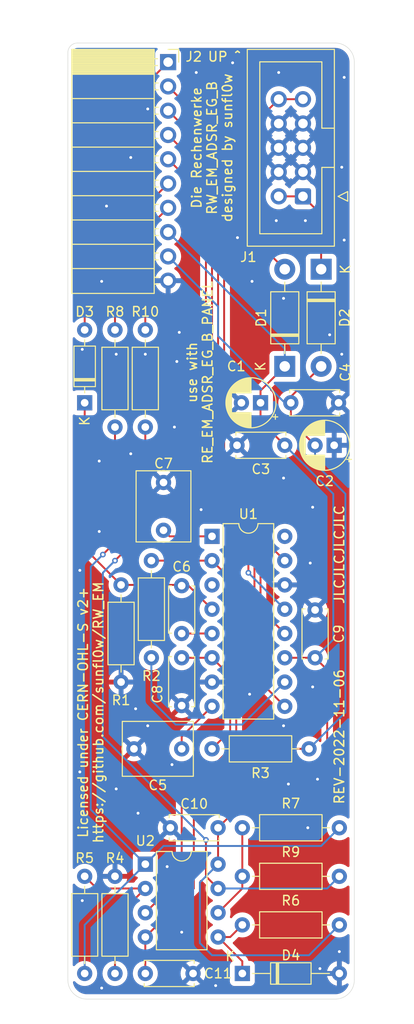
<source format=kicad_pcb>
(kicad_pcb (version 20211014) (generator pcbnew)
  (title_block (title "RW_EM_ADSR_EG_B") (date "2022-11-06") (rev "2022-11-06") (comment 1 "Licensed under CERN-OHL-S v2+") (comment 2 "https://github.com/sunfl0w/RW_EM"))
  (layers (0 "F.Cu" signal) (31 "B.Cu" signal) (34 "B.Paste" user) (35 "F.Paste" user) (36 "B.SilkS" user "B.Silkscreen") (37 "F.SilkS" user "F.Silkscreen") (38 "B.Mask" user) (39 "F.Mask" user) (44 "Edge.Cuts" user))
  (net 0 "")
  (net 1 "GND")
  (net 2 "+12V")
  (net 3 "-12V")
  (net 4 "GATE")
  (net 5 "Net-(D2-Pad1)")
  (net 6 "A_CV")
  (net 7 "D_CV")
  (net 8 "S_CV")
  (net 9 "R_CV")
  (net 10 "ENV")
  (net 11 "INV_ENV")
  (net 12 "IIN")
  (net 13 "Net-(R2-Pad2)")
  (net 14 "Net-(R4-Pad1)")
  (net 15 "Net-(R5-Pad2)")
  (net 16 "Net-(R7-Pad2)")
  (net 17 "Net-(R10-Pad1)")
  (net 20 "Net-(C5-Pad2)")
  (net 21 "Net-(C6-Pad1)")
  (net 22 "Net-(C6-Pad2)")
  (net 23 "Net-(C7-Pad2)")
  (net 24 "Net-(C8-Pad2)")
  (net 25 "Net-(D1-Pad2)")
  (net 26 "Net-(D4-Pad1)")
  (footprint "Resistor_THT:R_Axial_DIN0207_L6.3mm_D2.5mm_P10.16mm_Horizontal" (layer "F.Cu") (at 138.43 132.08 180)
    (fp_text reference "R7" (at 5.08 2.54) (layer "F.SilkS"))
    (fp_text value "100k")
    (pad "1" thru_hole circle (at 0 0 180) (size 1.6 1.6) (drill 0.8) (layers *.Cu *.Mask) (net 15 "Net-(R5-Pad2)"))
    (pad "2" thru_hole oval (at 10.16 0 180) (size 1.6 1.6) (drill 0.8) (layers *.Cu *.Mask) (net 16 "Net-(R7-Pad2)"))
  )
  (footprint "Capacitor_THT:C_Disc_D5.0mm_W2.5mm_P5.00mm" (layer "F.Cu") (at 121.92 119.3 90)
    (fp_text reference "C8" (at 1.19 -2.54 90) (layer "F.SilkS"))
    (fp_text value "100nF")
    (pad "1" thru_hole circle (at 0 0 90) (size 1.6 1.6) (drill 0.8) (layers *.Cu *.Mask) (net 1 "GND"))
    (pad "2" thru_hole circle (at 5 0 90) (size 1.6 1.6) (drill 0.8) (layers *.Cu *.Mask) (net 24 "Net-(C8-Pad2)"))
  )
  (footprint "Resistor_THT:R_Axial_DIN0207_L6.3mm_D2.5mm_P10.16mm_Horizontal" (layer "F.Cu") (at 128.27 142.24)
    (fp_text reference "R6" (at 5.08 -2.54) (layer "F.SilkS"))
    (fp_text value "100k")
    (pad "1" thru_hole circle (at 0 0) (size 1.6 1.6) (drill 0.8) (layers *.Cu *.Mask) (net 26 "Net-(D4-Pad1)"))
    (pad "2" thru_hole oval (at 10.16 0) (size 1.6 1.6) (drill 0.8) (layers *.Cu *.Mask) (net 2 "+12V"))
  )
  (footprint "Capacitor_THT:C_Disc_D5.0mm_W2.5mm_P5.00mm" (layer "F.Cu") (at 120.73 132.08)
    (fp_text reference "C10" (at 2.5 -2.5) (layer "F.SilkS"))
    (fp_text value "100nF")
    (pad "1" thru_hole circle (at 0 0) (size 1.6 1.6) (drill 0.8) (layers *.Cu *.Mask) (net 1 "GND"))
    (pad "2" thru_hole circle (at 5 0) (size 1.6 1.6) (drill 0.8) (layers *.Cu *.Mask) (net 2 "+12V"))
  )
  (footprint "Capacitor_THT:C_Rect_L7.2mm_W5.5mm_P5.00mm_FKS2_FKP2_MKS2_MKP2" (layer "F.Cu") (at 116.92 123.825)
    (fp_text reference "C5" (at 2.5 3.81) (layer "F.SilkS"))
    (fp_text value "10nF")
    (pad "1" thru_hole circle (at 0 0) (size 1.6 1.6) (drill 0.8) (layers *.Cu *.Mask) (net 1 "GND"))
    (pad "2" thru_hole circle (at 5 0) (size 1.6 1.6) (drill 0.8) (layers *.Cu *.Mask) (net 20 "Net-(C5-Pad2)"))
  )
  (footprint "Connector_IDC:IDC-Header_2x05_P2.54mm_Vertical" (layer "F.Cu") (at 134.62 66.04 180)
    (fp_text reference "J1" (at 5.715 -6.35) (layer "F.SilkS"))
    (fp_text value "IDC_02x05")
    (pad "1" thru_hole roundrect (at 0 0 180) (size 1.7 1.7) (drill 1) (layers *.Cu *.Mask) (roundrect_rratio 0.1470588235) (net 5 "Net-(D2-Pad1)"))
    (pad "2" thru_hole circle (at 2.54 0 180) (size 1.7 1.7) (drill 1) (layers *.Cu *.Mask) (net 5 "Net-(D2-Pad1)"))
    (pad "3" thru_hole circle (at 0 2.54 180) (size 1.7 1.7) (drill 1) (layers *.Cu *.Mask) (net 1 "GND"))
    (pad "4" thru_hole circle (at 2.54 2.54 180) (size 1.7 1.7) (drill 1) (layers *.Cu *.Mask) (net 1 "GND"))
    (pad "5" thru_hole circle (at 0 5.08 180) (size 1.7 1.7) (drill 1) (layers *.Cu *.Mask) (net 1 "GND"))
    (pad "6" thru_hole circle (at 2.54 5.08 180) (size 1.7 1.7) (drill 1) (layers *.Cu *.Mask) (net 1 "GND"))
    (pad "7" thru_hole circle (at 0 7.62 180) (size 1.7 1.7) (drill 1) (layers *.Cu *.Mask) (net 1 "GND"))
    (pad "8" thru_hole circle (at 2.54 7.62 180) (size 1.7 1.7) (drill 1) (layers *.Cu *.Mask) (net 1 "GND"))
    (pad "9" thru_hole circle (at 0 10.16 180) (size 1.7 1.7) (drill 1) (layers *.Cu *.Mask) (net 25 "Net-(D1-Pad2)"))
    (pad "10" thru_hole circle (at 2.54 10.16 180) (size 1.7 1.7) (drill 1) (layers *.Cu *.Mask) (net 25 "Net-(D1-Pad2)"))
  )
  (footprint "Diode_THT:D_DO-41_SOD81_P10.16mm_Horizontal" (layer "F.Cu") (at 136.525 73.66 -90)
    (fp_text reference "D2" (at 5.08 -2.47 90) (layer "F.SilkS"))
    (fp_text value "1N5819")
    (fp_text user "K" (at 0 -2.54 90) (layer "F.SilkS"))
    (pad "1" thru_hole rect (at 0 0 270) (size 2.2 2.2) (drill 1.1) (layers *.Cu *.Mask) (net 5 "Net-(D2-Pad1)"))
    (pad "2" thru_hole oval (at 10.16 0 270) (size 2.2 2.2) (drill 1.1) (layers *.Cu *.Mask) (net 3 "-12V"))
  )
  (footprint "Resistor_THT:R_Axial_DIN0207_L6.3mm_D2.5mm_P10.16mm_Horizontal" (layer "F.Cu") (at 114.935 90.17 90)
    (fp_text reference "R8" (at 12.065 0 180) (layer "F.SilkS"))
    (fp_text value "1k")
    (pad "1" thru_hole circle (at 0 0 90) (size 1.6 1.6) (drill 0.8) (layers *.Cu *.Mask) (net 15 "Net-(R5-Pad2)"))
    (pad "2" thru_hole oval (at 10.16 0 90) (size 1.6 1.6) (drill 0.8) (layers *.Cu *.Mask) (net 10 "ENV"))
  )
  (footprint "Diode_THT:D_DO-41_SOD81_P10.16mm_Horizontal" (layer "F.Cu") (at 132.715 83.82 90)
    (fp_text reference "D1" (at 5.08 -2.47 90) (layer "F.SilkS"))
    (fp_text value "1N5819")
    (fp_text user "K" (at 0 -2.54 90) (layer "F.SilkS"))
    (pad "1" thru_hole rect (at 0 0 90) (size 2.2 2.2) (drill 1.1) (layers *.Cu *.Mask) (net 2 "+12V"))
    (pad "2" thru_hole oval (at 10.16 0 90) (size 2.2 2.2) (drill 1.1) (layers *.Cu *.Mask) (net 25 "Net-(D1-Pad2)"))
  )
  (footprint "Capacitor_THT:C_Disc_D5.0mm_W2.5mm_P5.00mm" (layer "F.Cu") (at 132.715 92.075 180)
    (fp_text reference "C3" (at 2.5 -2.5) (layer "F.SilkS"))
    (fp_text value "100nF")
    (pad "1" thru_hole circle (at 0 0 180) (size 1.6 1.6) (drill 0.8) (layers *.Cu *.Mask) (net 2 "+12V"))
    (pad "2" thru_hole circle (at 5 0 180) (size 1.6 1.6) (drill 0.8) (layers *.Cu *.Mask) (net 1 "GND"))
  )
  (footprint "Resistor_THT:R_Axial_DIN0207_L6.3mm_D2.5mm_P10.16mm_Horizontal" (layer "F.Cu") (at 118.745 104.14 -90)
    (fp_text reference "R2" (at 12.065 0 180) (layer "F.SilkS"))
    (fp_text value "30k")
    (pad "1" thru_hole circle (at 0 0 270) (size 1.6 1.6) (drill 0.8) (layers *.Cu *.Mask) (net 12 "IIN"))
    (pad "2" thru_hole oval (at 10.16 0 270) (size 1.6 1.6) (drill 0.8) (layers *.Cu *.Mask) (net 13 "Net-(R2-Pad2)"))
  )
  (footprint "Package_DIP:DIP-8_W7.62mm" (layer "F.Cu") (at 118.11 135.89)
    (fp_text reference "U2" (at 0 -2.44) (layer "F.SilkS"))
    (fp_text value "TL072")
    (pad "1" thru_hole rect (at 0 0) (size 1.6 1.6) (drill 0.8) (layers *.Cu *.Mask) (net 15 "Net-(R5-Pad2)"))
    (pad "2" thru_hole oval (at 0 2.54) (size 1.6 1.6) (drill 0.8) (layers *.Cu *.Mask) (net 14 "Net-(R4-Pad1)"))
    (pad "3" thru_hole oval (at 0 5.08) (size 1.6 1.6) (drill 0.8) (layers *.Cu *.Mask) (net 12 "IIN"))
    (pad "4" thru_hole oval (at 0 7.62) (size 1.6 1.6) (drill 0.8) (layers *.Cu *.Mask) (net 3 "-12V"))
    (pad "5" thru_hole oval (at 7.62 7.62) (size 1.6 1.6) (drill 0.8) (layers *.Cu *.Mask) (net 26 "Net-(D4-Pad1)"))
    (pad "6" thru_hole oval (at 7.62 5.08) (size 1.6 1.6) (drill 0.8) (layers *.Cu *.Mask) (net 16 "Net-(R7-Pad2)"))
    (pad "7" thru_hole oval (at 7.62 2.54) (size 1.6 1.6) (drill 0.8) (layers *.Cu *.Mask) (net 17 "Net-(R10-Pad1)"))
    (pad "8" thru_hole oval (at 7.62 0) (size 1.6 1.6) (drill 0.8) (layers *.Cu *.Mask) (net 2 "+12V"))
  )
  (footprint "Resistor_THT:R_Axial_DIN0207_L6.3mm_D2.5mm_P10.16mm_Horizontal" (layer "F.Cu") (at 111.76 137.16 -90)
    (fp_text reference "R5" (at -1.905 0 180) (layer "F.SilkS"))
    (fp_text value "100k")
    (pad "1" thru_hole circle (at 0 0 270) (size 1.6 1.6) (drill 0.8) (layers *.Cu *.Mask) (net 14 "Net-(R4-Pad1)"))
    (pad "2" thru_hole oval (at 10.16 0 270) (size 1.6 1.6) (drill 0.8) (layers *.Cu *.Mask) (net 15 "Net-(R5-Pad2)"))
  )
  (footprint "Package_DIP:DIP-16_W7.62mm" (layer "F.Cu") (at 125.095 101.6)
    (fp_text reference "U1" (at 3.81 -2.33) (layer "F.SilkS"))
    (fp_text value "AS3310")
    (pad "1" thru_hole rect (at 0 0) (size 1.6 1.6) (drill 0.8) (layers *.Cu *.Mask) (net 23 "Net-(C7-Pad2)"))
    (pad "2" thru_hole oval (at 0 2.54) (size 1.6 1.6) (drill 0.8) (layers *.Cu *.Mask) (net 12 "IIN"))
    (pad "3" thru_hole oval (at 0 5.08) (size 1.6 1.6) (drill 0.8) (layers *.Cu *.Mask))
    (pad "4" thru_hole oval (at 0 7.62) (size 1.6 1.6) (drill 0.8) (layers *.Cu *.Mask) (net 22 "Net-(C6-Pad2)"))
    (pad "5" thru_hole oval (at 0 10.16) (size 1.6 1.6) (drill 0.8) (layers *.Cu *.Mask) (net 21 "Net-(C6-Pad1)"))
    (pad "6" thru_hole oval (at 0 12.7) (size 1.6 1.6) (drill 0.8) (layers *.Cu *.Mask) (net 24 "Net-(C8-Pad2)"))
    (pad "7" thru_hole oval (at 0 15.24) (size 1.6 1.6) (drill 0.8) (layers *.Cu *.Mask) (net 1 "GND"))
    (pad "8" thru_hole oval (at 0 17.78) (size 1.6 1.6) (drill 0.8) (layers *.Cu *.Mask) (net 20 "Net-(C5-Pad2)"))
    (pad "9" thru_hole oval (at 7.62 17.78) (size 1.6 1.6) (drill 0.8) (layers *.Cu *.Mask) (net 8 "S_CV"))
    (pad "10" thru_hole oval (at 7.62 15.24) (size 1.6 1.6) (drill 0.8) (layers *.Cu *.Mask) (net 13 "Net-(R2-Pad2)"))
    (pad "11" thru_hole oval (at 7.62 12.7) (size 1.6 1.6) (drill 0.8) (layers *.Cu *.Mask) (net 2 "+12V"))
    (pad "12" thru_hole oval (at 7.62 10.16) (size 1.6 1.6) (drill 0.8) (layers *.Cu *.Mask) (net 7 "D_CV"))
    (pad "13" thru_hole oval (at 7.62 7.62) (size 1.6 1.6) (drill 0.8) (layers *.Cu *.Mask) (net 9 "R_CV"))
    (pad "14" thru_hole oval (at 7.62 5.08) (size 1.6 1.6) (drill 0.8) (layers *.Cu *.Mask) (net 1 "GND"))
    (pad "15" thru_hole oval (at 7.62 2.54) (size 1.6 1.6) (drill 0.8) (layers *.Cu *.Mask) (net 6 "A_CV"))
    (pad "16" thru_hole oval (at 7.62 0) (size 1.6 1.6) (drill 0.8) (layers *.Cu *.Mask))
  )
  (footprint "Capacitor_THT:C_Disc_D5.0mm_W2.5mm_P5.00mm" (layer "F.Cu") (at 135.89 109.3 -90)
    (fp_text reference "C9" (at 2.5 -2.5 90) (layer "F.SilkS"))
    (fp_text value "100nF")
    (pad "1" thru_hole circle (at 0 0 270) (size 1.6 1.6) (drill 0.8) (layers *.Cu *.Mask) (net 1 "GND"))
    (pad "2" thru_hole circle (at 5 0 270) (size 1.6 1.6) (drill 0.8) (layers *.Cu *.Mask) (net 2 "+12V"))
  )
  (footprint "Capacitor_THT:C_Disc_D4.7mm_W2.5mm_P5.00mm" (layer "F.Cu") (at 121.92 111.76 90)
    (fp_text reference "C6" (at 6.985 0 180) (layer "F.SilkS"))
    (fp_text value "10nF")
    (pad "1" thru_hole circle (at 0 0 90) (size 1.6 1.6) (drill 0.8) (layers *.Cu *.Mask) (net 21 "Net-(C6-Pad1)"))
    (pad "2" thru_hole circle (at 5 0 90) (size 1.6 1.6) (drill 0.8) (layers *.Cu *.Mask) (net 22 "Net-(C6-Pad2)"))
  )
  (footprint "Resistor_THT:R_Axial_DIN0207_L6.3mm_D2.5mm_P10.16mm_Horizontal" (layer "F.Cu") (at 125.095 123.825)
    (fp_text reference "R3" (at 5.08 2.54) (layer "F.SilkS"))
    (fp_text value "470")
    (pad "1" thru_hole circle (at 0 0) (size 1.6 1.6) (drill 0.8) (layers *.Cu *.Mask) (net 24 "Net-(C8-Pad2)"))
    (pad "2" thru_hole oval (at 10.16 0) (size 1.6 1.6) (drill 0.8) (layers *.Cu *.Mask) (net 3 "-12V"))
  )
  (footprint "Connector_PinSocket_2.54mm:PinSocket_1x10_P2.54mm_Horizontal" (layer "F.Cu") (at 120.5 52)
    (fp_text reference "J2" (at 2.69 -0.565) (layer "F.SilkS"))
    (fp_text value "PANEL_CONN")
    (pad "1" thru_hole rect (at 0 0) (size 1.7 1.7) (drill 1) (layers *.Cu *.Mask) (net 4 "GATE"))
    (pad "2" thru_hole oval (at 0 2.54) (size 1.7 1.7) (drill 1) (layers *.Cu *.Mask) (net 6 "A_CV"))
    (pad "3" thru_hole oval (at 0 5.08) (size 1.7 1.7) (drill 1) (layers *.Cu *.Mask) (net 7 "D_CV"))
    (pad "4" thru_hole oval (at 0 7.62) (size 1.7 1.7) (drill 1) (layers *.Cu *.Mask) (net 8 "S_CV"))
    (pad "5" thru_hole oval (at 0 10.16) (size 1.7 1.7) (drill 1) (layers *.Cu *.Mask) (net 9 "R_CV"))
    (pad "6" thru_hole oval (at 0 12.7) (size 1.7 1.7) (drill 1) (layers *.Cu *.Mask) (net 10 "ENV"))
    (pad "7" thru_hole oval (at 0 15.24) (size 1.7 1.7) (drill 1) (layers *.Cu *.Mask) (net 11 "INV_ENV"))
    (pad "8" thru_hole oval (at 0 17.78) (size 1.7 1.7) (drill 1) (layers *.Cu *.Mask) (net 2 "+12V"))
    (pad "9" thru_hole oval (at 0 20.32) (size 1.7 1.7) (drill 1) (layers *.Cu *.Mask) (net 3 "-12V"))
    (pad "10" thru_hole oval (at 0 22.86) (size 1.7 1.7) (drill 1) (layers *.Cu *.Mask) (net 1 "GND"))
  )
  (footprint "Resistor_THT:R_Axial_DIN0207_L6.3mm_D2.5mm_P10.16mm_Horizontal" (layer "F.Cu") (at 118.11 90.17 90)
    (fp_text reference "R10" (at 12.065 0 180) (layer "F.SilkS"))
    (fp_text value "1k")
    (pad "1" thru_hole circle (at 0 0 90) (size 1.6 1.6) (drill 0.8) (layers *.Cu *.Mask) (net 17 "Net-(R10-Pad1)"))
    (pad "2" thru_hole oval (at 10.16 0 90) (size 1.6 1.6) (drill 0.8) (layers *.Cu *.Mask) (net 11 "INV_ENV"))
  )
  (footprint "Capacitor_THT:C_Disc_D5.0mm_W2.5mm_P5.00mm" (layer "F.Cu") (at 118.11 147.32)
    (fp_text reference "C11" (at 7.62 0) (layer "F.SilkS"))
    (fp_text value "100nF")
    (pad "1" thru_hole circle (at 0 0) (size 1.6 1.6) (drill 0.8) (layers *.Cu *.Mask) (net 3 "-12V"))
    (pad "2" thru_hole circle (at 5 0) (size 1.6 1.6) (drill 0.8) (layers *.Cu *.Mask) (net 1 "GND"))
  )
  (footprint "Diode_THT:D_DO-35_SOD27_P10.16mm_Horizontal" (layer "F.Cu") (at 128.27 147.32)
    (fp_text reference "D4" (at 5.08 -1.905) (layer "F.SilkS"))
    (fp_text value "Zener_5.1V")
    (fp_text user "K" (at -1.27 -1.8) (layer "F.SilkS"))
    (pad "1" thru_hole rect (at 0 0) (size 1.6 1.6) (drill 0.8) (layers *.Cu *.Mask) (net 26 "Net-(D4-Pad1)"))
    (pad "2" thru_hole oval (at 10.16 0) (size 1.6 1.6) (drill 0.8) (layers *.Cu *.Mask) (net 1 "GND"))
  )
  (footprint "Resistor_THT:R_Axial_DIN0207_L6.3mm_D2.5mm_P10.16mm_Horizontal" (layer "F.Cu") (at 114.935 147.32 90)
    (fp_text reference "R4" (at 12.065 0 180) (layer "F.SilkS"))
    (fp_text value "100k")
    (pad "1" thru_hole circle (at 0 0 90) (size 1.6 1.6) (drill 0.8) (layers *.Cu *.Mask) (net 14 "Net-(R4-Pad1)"))
    (pad "2" thru_hole oval (at 10.16 0 90) (size 1.6 1.6) (drill 0.8) (layers *.Cu *.Mask) (net 1 "GND"))
  )
  (footprint "Capacitor_THT:CP_Radial_D5.0mm_P2.00mm" (layer "F.Cu") (at 130.175 87.63 180)
    (fp_text reference "C1" (at 2.54 3.81) (layer "F.SilkS"))
    (fp_text value "47uF")
    (pad "1" thru_hole rect (at 0 0 180) (size 1.6 1.6) (drill 0.8) (layers *.Cu *.Mask) (net 2 "+12V"))
    (pad "2" thru_hole circle (at 2 0 180) (size 1.6 1.6) (drill 0.8) (layers *.Cu *.Mask) (net 1 "GND"))
  )
  (footprint "Resistor_THT:R_Axial_DIN0207_L6.3mm_D2.5mm_P10.16mm_Horizontal" (layer "F.Cu") (at 138.43 137.16 180)
    (fp_text reference "R9" (at 5.08 2.54) (layer "F.SilkS"))
    (fp_text value "100k")
    (pad "1" thru_hole circle (at 0 0 180) (size 1.6 1.6) (drill 0.8) (layers *.Cu *.Mask) (net 17 "Net-(R10-Pad1)"))
    (pad "2" thru_hole oval (at 10.16 0 180) (size 1.6 1.6) (drill 0.8) (layers *.Cu *.Mask) (net 16 "Net-(R7-Pad2)"))
  )
  (footprint "Capacitor_THT:C_Rect_L7.2mm_W5.5mm_P5.00mm_FKS2_FKP2_MKS2_MKP2" (layer "F.Cu") (at 120.015 95.965 -90)
    (fp_text reference "C7" (at -1.985 0 180) (layer "F.SilkS"))
    (fp_text value "33nF")
    (pad "1" thru_hole circle (at 0 0 270) (size 1.6 1.6) (drill 0.8) (layers *.Cu *.Mask) (net 1 "GND"))
    (pad "2" thru_hole circle (at 5 0 270) (size 1.6 1.6) (drill 0.8) (layers *.Cu *.Mask) (net 23 "Net-(C7-Pad2)"))
  )
  (footprint "Capacitor_THT:CP_Radial_D5.0mm_P2.00mm" (layer "F.Cu") (at 137.89 92.075 180)
    (fp_text reference "C2" (at 1 -3.75) (layer "F.SilkS"))
    (fp_text value "47uF")
    (pad "1" thru_hole rect (at 0 0 180) (size 1.6 1.6) (drill 0.8) (layers *.Cu *.Mask) (net 1 "GND"))
    (pad "2" thru_hole circle (at 2 0 180) (size 1.6 1.6) (drill 0.8) (layers *.Cu *.Mask) (net 3 "-12V"))
  )
  (footprint "Diode_THT:D_DO-35_SOD27_P7.62mm_Horizontal" (layer "F.Cu") (at 111.76 87.63 90)
    (fp_text reference "D3" (at 9.525 0 180) (layer "F.SilkS"))
    (fp_text value "1N4148")
    (fp_text user "K" (at -1.905 0 90) (layer "F.SilkS"))
    (pad "1" thru_hole rect (at 0 0 90) (size 1.6 1.6) (drill 0.8) (layers *.Cu *.Mask) (net 22 "Net-(C6-Pad2)"))
    (pad "2" thru_hole oval (at 7.62 0 90) (size 1.6 1.6) (drill 0.8) (layers *.Cu *.Mask) (net 4 "GATE"))
  )
  (footprint "Resistor_THT:R_Axial_DIN0207_L6.3mm_D2.5mm_P10.16mm_Horizontal" (layer "F.Cu") (at 115.57 106.68 -90)
    (fp_text reference "R1" (at 12.065 0 180) (layer "F.SilkS"))
    (fp_text value "10k")
    (pad "1" thru_hole circle (at 0 0 270) (size 1.6 1.6) (drill 0.8) (layers *.Cu *.Mask) (net 22 "Net-(C6-Pad2)"))
    (pad "2" thru_hole oval (at 10.16 0 270) (size 1.6 1.6) (drill 0.8) (layers *.Cu *.Mask) (net 1 "GND"))
  )
  (footprint "Capacitor_THT:C_Disc_D5.0mm_W2.5mm_P5.00mm" (layer "F.Cu") (at 138.35 87.63 180)
    (fp_text reference "C4" (at -0.715 3.175 90) (layer "F.SilkS"))
    (fp_text value "100nF")
    (pad "1" thru_hole circle (at 0 0 180) (size 1.6 1.6) (drill 0.8) (layers *.Cu *.Mask) (net 1 "GND"))
    (pad "2" thru_hole circle (at 5 0 180) (size 1.6 1.6) (drill 0.8) (layers *.Cu *.Mask) (net 3 "-12V"))
  )
  (gr_arc (start 138 50) (mid 139.414214 50.585786) (end 140 52) (layer "Edge.Cuts") (width 0.05))
  (gr_arc (start 112 150) (mid 110.585786 149.414214) (end 110 148) (layer "Edge.Cuts") (width 0.05))
  (gr_arc (start 110 51) (mid 110.292893 50.292893) (end 111 50) (layer "Edge.Cuts") (width 0.05))
  (gr_line (start 110 148) (end 110 51) (layer "Edge.Cuts") (width 0.05))
  (gr_line (start 138 150) (end 112 150) (layer "Edge.Cuts") (width 0.05))
  (gr_line (start 111 50) (end 138 50) (layer "Edge.Cuts") (width 0.05))
  (gr_arc (start 140 148) (mid 139.414214 149.414214) (end 138 150) (layer "Edge.Cuts") (width 0.05))
  (gr_line (start 140 52) (end 140 148) (layer "Edge.Cuts") (width 0.05))
  (gr_text "UP ^" (at 126.365 51.435) (layer "F.SilkS") (effects (font (size 1 1) (thickness 0.16))))
  (gr_text "Die Rechenwerke\nRW_EM_ADSR_EG_B\ndesigned by sunfl0w" (at 125.095 60.96 90) (layer "F.SilkS") (effects (font (size 1 1) (thickness 0.16))))
  (gr_text "REV-2022-11-06" (at 138.43 122.555 90) (layer "F.SilkS") (effects (font (size 1 1) (thickness 0.16))))
  (gr_text "JLCJLCJLCJLC" (at 138.43 103.505 90) (layer "F.SilkS") (effects (font (size 1 1) (thickness 0.16))))
  (gr_text "Licensed under CERN-OHL-S v2+\nhttps://github.com/sunfl0w/RW_EM" (at 112.395 120.015 90) (layer "F.SilkS") (effects (font (size 1 1) (thickness 0.16))))
  (gr_text "use with\nRE_EM_ADSR_EG_B_PANEL" (at 123.825 84.455 90) (layer "F.SilkS") (effects (font (size 1 1) (thickness 0.16))))
  (via (at 129.286 74.93) (size 0.6) (drill 0.3) (layers "F.Cu" "B.Cu") (net 1))
  (via (at 118.11 82.55) (size 0.6) (drill 0.3) (layers "F.Cu" "B.Cu") (net 1))
  (via (at 113.284 93.726) (size 0.6) (drill 0.3) (layers "F.Cu" "B.Cu") (net 1))
  (via (at 118.364 56.896) (size 0.6) (drill 0.3) (layers "F.Cu" "B.Cu") (net 1))
  (via (at 111.506 82.042) (size 0.6) (drill 0.3) (layers "F.Cu" "B.Cu") (net 1))
  (via (at 136.398 146.812) (size 0.6) (drill 0.3) (layers "F.Cu" "B.Cu") (net 1))
  (via (at 135.128 132.08) (size 0.6) (drill 0.3) (layers "F.Cu" "B.Cu") (net 1))
  (via (at 135.382 104.394) (size 0.6) (drill 0.3) (layers "F.Cu" "B.Cu") (net 1))
  (via (at 116.586 61.976) (size 0.6) (drill 0.3) (layers "F.Cu" "B.Cu") (net 1))
  (via (at 121.92 143.002) (size 0.6) (drill 0.3) (layers "F.Cu" "B.Cu") (net 1))
  (via (at 115.062 82.55) (size 0.6) (drill 0.3) (layers "F.Cu" "B.Cu") (net 1))
  (via (at 116.586 92.964) (size 0.6) (drill 0.3) (layers "F.Cu" "B.Cu") (net 1))
  (via (at 123.444 53.086) (size 0.6) (drill 0.3) (layers "F.Cu" "B.Cu") (net 1))
  (via (at 121.412 83.312) (size 0.6) (drill 0.3) (layers "F.Cu" "B.Cu") (net 1))
  (via (at 127.762 70.358) (size 0.6) (drill 0.3) (layers "F.Cu" "B.Cu") (net 1))
  (via (at 132.588 121.412) (size 0.6) (drill 0.3) (layers "F.Cu" "B.Cu") (net 1))
  (via (at 113.284 101.092) (size 0.6) (drill 0.3) (layers "F.Cu" "B.Cu") (net 1))
  (via (at 138.43 145.034) (size 0.6) (drill 0.3) (layers "F.Cu" "B.Cu") (net 1))
  (via (at 111.252 105.156) (size 0.6) (drill 0.3) (layers "F.Cu" "B.Cu") (net 1))
  (via (at 123.952 98.806) (size 0.6) (drill 0.3) (layers "F.Cu" "B.Cu") (net 1))
  (via (at 138.684 62.992) (size 0.6) (drill 0.3) (layers "F.Cu" "B.Cu") (net 1))
  (via (at 127.254 52.07) (size 0.6) (drill 0.3) (layers "F.Cu" "B.Cu") (net 1))
  (via (at 134.874 68.58) (size 0.6) (drill 0.3) (layers "F.Cu" "B.Cu") (net 1))
  (via (at 118.364 121.412) (size 0.6) (drill 0.3) (layers "F.Cu" "B.Cu") (net 1))
  (via (at 132.08 53.086) (size 0.6) (drill 0.3) (layers "F.Cu" "B.Cu") (net 1))
  (via (at 113.538 148.844) (size 0.6) (drill 0.3) (layers "F.Cu" "B.Cu") (net 1))
  (via (at 137.414 80.518) (size 0.6) (drill 0.3) (layers "F.Cu" "B.Cu") (net 1))
  (via (at 120.396 136.144) (size 0.6) (drill 0.3) (layers "F.Cu" "B.Cu") (net 1))
  (via (at 136.144 127) (size 0.6) (drill 0.3) (layers "F.Cu" "B.Cu") (net 1))
  (via (at 138.684 82.55) (size 0.6) (drill 0.3) (layers "F.Cu" "B.Cu") (net 1))
  (via (at 133.096 127.508) (size 0.6) (drill 0.3) (layers "F.Cu" "B.Cu") (net 1))
  (via (at 129.032 118.11) (size 0.6) (drill 0.3) (layers "F.Cu" "B.Cu") (net 1))
  (via (at 135.636 117.348) (size 0.6) (drill 0.3) (layers "F.Cu" "B.Cu") (net 1))
  (via (at 113.538 74.93) (size 0.6) (drill 0.3) (layers "F.Cu" "B.Cu") (net 1))
  (via (at 117.094 119.634) (size 0.6) (drill 0.3) (layers "F.Cu" "B.Cu") (net 1))
  (via (at 135.636 98.552) (size 0.6) (drill 0.3) (layers "F.Cu" "B.Cu") (net 1))
  (via (at 114.046 67.056) (size 0.6) (drill 0.3) (layers "F.Cu" "B.Cu") (net 1))
  (via (at 117.348 130.556) (size 0.6) (drill 0.3) (layers "F.Cu" "B.Cu") (net 1))
  (via (at 138.938 53.594) (size 0.6) (drill 0.3) (layers "F.Cu" "B.Cu") (net 1))
  (via (at 111.506 139.7) (size 0.6) (drill 0.3) (layers "F.Cu" "B.Cu") (net 1))
  (via (at 132.588 76.708) (size 0.6) (drill 0.3) (layers "F.Cu" "B.Cu") (net 1))
  (via (at 125.476 148.59) (size 0.6) (drill 0.3) (layers "F.Cu" "B.Cu") (net 1))
  (via (at 132.588 95.504) (size 0.6) (drill 0.3) (layers "F.Cu" "B.Cu") (net 1))
  (via (at 121.666 80.264) (size 0.6) (drill 0.3) (layers "F.Cu" "B.Cu") (net 1))
  (via (at 131.826 68.58) (size 0.6) (drill 0.3) (layers "F.Cu" "B.Cu") (net 1))
  (via (at 111.252 126.238) (size 0.6) (drill 0.3) (layers "F.Cu" "B.Cu") (net 1))
  (via (at 120.904 125.476) (size 0.6) (drill 0.3) (layers "F.Cu" "B.Cu") (net 1))
  (via (at 138.938 70.612) (size 0.6) (drill 0.3) (layers "F.Cu" "B.Cu") (net 1))
  (via (at 115.062 128.016) (size 0.6) (drill 0.3) (layers "F.Cu" "B.Cu") (net 1))
  (via (at 121.158 90.17) (size 0.6) (drill 0.3) (layers "F.Cu" "B.Cu") (net 1))
  (segment (start 137.16 115.57) (end 135.89 114.3) (width 0.2) (layer "F.Cu") (net 2))
  (segment (start 130.175 87.63) (end 130.175 89.535) (width 0.2) (layer "F.Cu") (net 2))
  (segment (start 132.08 125.73) (end 135.89 125.73) (width 0.2) (layer "F.Cu") (net 2))
  (segment (start 137.16 124.46) (end 137.16 115.57) (width 0.2) (layer "F.Cu") (net 2))
  (segment (start 130.175 89.535) (end 132.715 92.075) (width 0.2) (layer "F.Cu") (net 2))
  (segment (start 132.715 83.82) (end 130.175 86.36) (width 0.2) (layer "F.Cu") (net 2))
  (segment (start 125.73 135.89) (end 125.73 132.08) (width 0.2) (layer "F.Cu") (net 2))
  (segment (start 132.715 114.3) (end 135.89 114.3) (width 0.2) (layer "F.Cu") (net 2))
  (segment (start 135.89 125.73) (end 137.16 124.46) (width 0.2) (layer "F.Cu") (net 2))
  (segment (start 125.73 132.08) (end 132.08 125.73) (width 0.2) (layer "F.Cu") (net 2))
  (segment (start 130.175 86.36) (end 130.175 87.63) (width 0.2) (layer "F.Cu") (net 2))
  (segment (start 137.795 112.395) (end 137.795 97.155) (width 0.2) (layer "B.Cu") (net 2))
  (segment (start 125.095 145.415) (end 135.255 145.415) (width 0.2) (layer "B.Cu") (net 2))
  (segment (start 125.095 145.415) (end 123.825 144.145) (width 0.2) (layer "B.Cu") (net 2))
  (segment (start 135.89 114.3) (end 137.795 112.395) (width 0.2) (layer "B.Cu") (net 2))
  (segment (start 137.795 97.155) (end 132.715 92.075) (width 0.2) (layer "B.Cu") (net 2))
  (segment (start 132.715 81.995) (end 132.715 83.82) (width 0.2) (layer "B.Cu") (net 2))
  (segment (start 123.825 137.795) (end 125.73 135.89) (width 0.2) (layer "B.Cu") (net 2))
  (segment (start 123.825 144.145) (end 123.825 137.795) (width 0.2) (layer "B.Cu") (net 2))
  (segment (start 120.5 69.78) (end 132.715 81.995) (width 0.2) (layer "B.Cu") (net 2))
  (segment (start 135.255 145.415) (end 138.43 142.24) (width 0.2) (layer "B.Cu") (net 2))
  (segment (start 133.35 87.63) (end 133.35 89.535) (width 0.2) (layer "F.Cu") (net 3))
  (segment (start 118.11 143.51) (end 123.19 138.43) (width 0.2) (layer "F.Cu") (net 3))
  (segment (start 128.905 123.825) (end 135.255 123.825) (width 0.2) (layer "F.Cu") (net 3))
  (segment (start 123.19 138.43) (end 123.19 129.54) (width 0.2) (layer "F.Cu") (net 3))
  (segment (start 136.525 83.82) (end 133.35 86.995) (width 0.2) (layer "F.Cu") (net 3))
  (segment (start 133.35 86.995) (end 133.35 87.63) (width 0.2) (layer "F.Cu") (net 3))
  (segment (start 123.19 129.54) (end 128.905 123.825) (width 0.2) (layer "F.Cu") (net 3))
  (segment (start 118.11 147.32) (end 118.11 143.51) (width 0.2) (layer "F.Cu") (net 3))
  (segment (start 133.35 89.535) (end 135.89 92.075) (width 0.2) (layer "F.Cu") (net 3))
  (segment (start 132.715 87.63) (end 133.35 87.63) (width 0.2) (layer "B.Cu") (net 3))
  (segment (start 120.5 72.32) (end 125.73 77.55) (width 0.2) (layer "B.Cu") (net 3))
  (segment (start 139.065 97.155) (end 139.065 120.015) (width 0.2) (layer "B.Cu") (net 3))
  (segment (start 135.89 93.98) (end 139.065 97.155) (width 0.2) (layer "B.Cu") (net 3))
  (segment (start 125.73 80.645) (end 132.715 87.63) (width 0.2) (layer "B.Cu") (net 3))
  (segment (start 135.89 92.075) (end 135.89 93.98) (width 0.2) (layer "B.Cu") (net 3))
  (segment (start 125.73 77.55) (end 125.73 80.645) (width 0.2) (layer "B.Cu") (net 3))
  (segment (start 139.065 120.015) (end 135.255 123.825) (width 0.2) (layer "B.Cu") (net 3))
  (segment (start 111.76 60.74) (end 120.5 52) (width 0.2) (layer "F.Cu") (net 4))
  (segment (start 111.76 80.01) (end 111.76 60.74) (width 0.2) (layer "F.Cu") (net 4))
  (segment (start 136.525 67.945) (end 134.62 66.04) (width 0.2) (layer "F.Cu") (net 5))
  (segment (start 136.525 73.66) (end 136.525 67.945) (width 0.2) (layer "F.Cu") (net 5))
  (segment (start 134.62 66.04) (end 132.08 66.04) (width 0.2) (layer "F.Cu") (net 5))
  (segment (start 130.81 99.06) (end 130.81 102.235) (width 0.2) (layer "F.Cu") (net 6))
  (segment (start 126.365 94.615) (end 130.81 99.06) (width 0.2) (layer "F.Cu") (net 6))
  (segment (start 130.81 102.235) (end 132.715 104.14) (width 0.2) (layer "F.Cu") (net 6))
  (segment (start 126.365 60.405) (end 126.365 94.615) (width 0.2) (layer "F.Cu") (net 6))
  (segment (start 120.5 54.54) (end 126.365 60.405) (width 0.2) (layer "F.Cu") (net 6))
  (segment (start 120.5 57.08) (end 125.73 62.31) (width 0.2) (layer "F.Cu") (net 7))
  (segment (start 130.175 99.695) (end 130.175 109.22) (width 0.2) (layer "F.Cu") (net 7))
  (segment (start 125.73 95.25) (end 130.175 99.695) (width 0.2) (layer "F.Cu") (net 7))
  (segment (start 130.175 109.22) (end 132.715 111.76) (width 0.2) (layer "F.Cu") (net 7))
  (segment (start 125.73 62.31) (end 125.73 95.25) (width 0.2) (layer "F.Cu") (net 7))
  (segment (start 129.54 116.205) (end 132.715 119.38) (width 0.2) (layer "F.Cu") (net 8))
  (segment (start 125.095 95.885) (end 129.54 100.33) (width 0.2) (layer "F.Cu") (net 8))
  (segment (start 120.5 59.62) (end 125.095 64.215) (width 0.2) (layer "F.Cu") (net 8))
  (segment (start 129.54 100.33) (end 129.54 116.205) (width 0.2) (layer "F.Cu") (net 8))
  (segment (start 125.095 64.215) (end 125.095 95.885) (width 0.2) (layer "F.Cu") (net 8))
  (segment (start 128.905 100.965) (end 128.905 105.41) (width 0.2) (layer "F.Cu") (net 9))
  (segment (start 124.46 66.12) (end 124.46 96.52) (width 0.2) (layer "F.Cu") (net 9))
  (segment (start 124.46 96.52) (end 128.905 100.965) (width 0.2) (layer "F.Cu") (net 9))
  (segment (start 120.5 62.16) (end 124.46 66.12) (width 0.2) (layer "F.Cu") (net 9))
  (via (at 128.905 105.41) (size 0.6) (drill 0.3) (layers "F.Cu" "B.Cu") (net 9))
  (segment (start 128.905 105.41) (end 132.715 109.22) (width 0.2) (layer "B.Cu") (net 9))
  (segment (start 114.935 70.265) (end 120.5 64.7) (width 0.2) (layer "F.Cu") (net 10))
  (segment (start 114.935 80.01) (end 114.935 70.265) (width 0.2) (layer "F.Cu") (net 10))
  (segment (start 118.11 69.63) (end 120.5 67.24) (width 0.2) (layer "F.Cu") (net 11))
  (segment (start 118.11 80.01) (end 118.11 69.63) (width 0.2) (layer "F.Cu") (net 11))
  (segment (start 121.92 137.16) (end 118.11 140.97) (width 0.2) (layer "F.Cu") (net 12))
  (segment (start 127.635 123.19) (end 121.92 128.905) (width 0.2) (layer "F.Cu") (net 12))
  (segment (start 125.095 104.14) (end 127.635 106.68) (width 0.2) (layer "F.Cu") (net 12))
  (segment (start 121.92 128.905) (end 121.92 137.16) (width 0.2) (layer "F.Cu") (net 12))
  (segment (start 127.635 106.68) (end 127.635 123.19) (width 0.2) (layer "F.Cu") (net 12))
  (segment (start 118.745 104.14) (end 125.095 104.14) (width 0.2) (layer "F.Cu") (net 12))
  (segment (start 121.285 121.285) (end 128.27 121.285) (width 0.2) (layer "B.Cu") (net 13))
  (segment (start 118.745 114.3) (end 118.745 118.745) (width 0.2) (layer "B.Cu") (net 13))
  (segment (start 118.745 118.745) (end 121.285 121.285) (width 0.2) (layer "B.Cu") (net 13))
  (segment (start 128.27 121.285) (end 132.715 116.84) (width 0.2) (layer "B.Cu") (net 13))
  (segment (start 114.935 147.32) (end 114.935 141.605) (width 0.2) (layer "F.Cu") (net 14))
  (segment (start 111.76 137.16) (end 113.03 138.43) (width 0.2) (layer "F.Cu") (net 14))
  (segment (start 113.03 138.43) (end 118.11 138.43) (width 0.2) (layer "F.Cu") (net 14))
  (segment (start 114.935 141.605) (end 118.11 138.43) (width 0.2) (layer "F.Cu") (net 14))
  (segment (start 114.935 102.235) (end 113.665 103.505) (width 0.2) (layer "F.Cu") (net 15))
  (segment (start 114.935 90.17) (end 114.935 102.235) (width 0.2) (layer "F.Cu") (net 15))
  (via (at 113.665 103.505) (size 0.6) (drill 0.3) (layers "F.Cu" "B.Cu") (net 15))
  (segment (start 118.11 135.89) (end 120.015 133.985) (width 0.2) (layer "B.Cu") (net 15))
  (segment (start 120.015 133.985) (end 136.525 133.985) (width 0.2) (layer "B.Cu") (net 15))
  (segment (start 111.76 147.32) (end 111.76 142.24) (width 0.2) (layer "B.Cu") (net 15))
  (segment (start 112.395 104.775) (end 112.395 130.175) (width 0.2) (layer "B.Cu") (net 15))
  (segment (start 113.665 103.505) (end 112.395 104.775) (width 0.2) (layer "B.Cu") (net 15))
  (segment (start 111.76 142.24) (end 118.11 135.89) (width 0.2) (layer "B.Cu") (net 15))
  (segment (start 136.525 133.985) (end 138.43 132.08) (width 0.2) (layer "B.Cu") (net 15))
  (segment (start 112.395 130.175) (end 118.11 135.89) (width 0.2) (layer "B.Cu") (net 15))
  (segment (start 128.27 137.16) (end 128.27 132.08) (width 0.2) (layer "F.Cu") (net 16))
  (segment (start 128.27 138.43) (end 125.73 140.97) (width 0.2) (layer "F.Cu") (net 16))
  (segment (start 128.27 137.16) (end 128.27 138.43) (width 0.2) (layer "F.Cu") (net 16))
  (segment (start 124.46 137.16) (end 124.46 133.35) (width 0.2) (layer "F.Cu") (net 17))
  (segment (start 125.73 138.43) (end 124.46 137.16) (width 0.2) (layer "F.Cu") (net 17))
  (segment (start 118.11 90.17) (end 118.11 100.965) (width 0.2) (layer "F.Cu") (net 17))
  (segment (start 118.11 100.965) (end 114.935 104.14) (width 0.2) (layer "F.Cu") (net 17))
  (via (at 124.46 133.35) (size 0.6) (drill 0.3) (layers "F.Cu" "B.Cu") (net 17))
  (via (at 114.935 104.14) (size 0.6) (drill 0.3) (layers "F.Cu" "B.Cu") (net 17))
  (segment (start 114.935 104.14) (end 113.665 105.41) (width 0.2) (layer "B.Cu") (net 17))
  (segment (start 137.16 138.43) (end 138.43 137.16) (width 0.2) (layer "B.Cu") (net 17))
  (segment (start 113.665 105.41) (end 113.665 122.555) (width 0.2) (layer "B.Cu") (net 17))
  (segment (start 125.73 138.43) (end 137.16 138.43) (width 0.2) (layer "B.Cu") (net 17))
  (segment (start 113.665 122.555) (end 124.46 133.35) (width 0.2) (layer "B.Cu") (net 17))
  (segment (start 121.92 122.555) (end 125.095 119.38) (width 0.2) (layer "F.Cu") (net 20))
  (segment (start 121.92 123.825) (end 121.92 122.555) (width 0.2) (layer "F.Cu") (net 20))
  (segment (start 121.92 111.76) (end 125.095 111.76) (width 0.2) (layer "F.Cu") (net 21))
  (segment (start 121.84 106.68) (end 121.92 106.76) (width 0.2) (layer "F.Cu") (net 22))
  (segment (start 111.76 87.63) (end 111.76 102.87) (width 0.2) (layer "F.Cu") (net 22))
  (segment (start 115.57 106.68) (end 121.84 106.68) (width 0.2) (layer "F.Cu") (net 22))
  (segment (start 111.76 102.87) (end 115.57 106.68) (width 0.2) (layer "F.Cu") (net 22))
  (segment (start 122.635 106.76) (end 121.92 106.76) (width 0.2) (layer "F.Cu") (net 22))
  (segment (start 125.095 109.22) (end 122.635 106.76) (width 0.2) (layer "F.Cu") (net 22))
  (segment (start 125.095 101.6) (end 120.65 101.6) (width 0.2) (layer "F.Cu") (net 23))
  (segment (start 120.65 101.6) (end 120.015 100.965) (width 0.2) (layer "F.Cu") (net 23))
  (segment (start 125.095 114.3) (end 127 116.205) (width 0.2) (layer "F.Cu") (net 24))
  (segment (start 127 116.205) (end 127 121.92) (width 0.2) (layer "F.Cu") (net 24))
  (segment (start 121.92 114.3) (end 125.095 114.3) (width 0.2) (layer "F.Cu") (net 24))
  (segment (start 127 121.92) (end 125.095 123.825) (width 0.2) (layer "F.Cu") (net 24))
  (segment (start 130.175 57.785) (end 132.08 55.88) (width 0.2) (layer "F.Cu") (net 25))
  (segment (start 132.08 55.88) (end 134.62 55.88) (width 0.2) (layer "F.Cu") (net 25))
  (segment (start 130.175 71.12) (end 130.175 57.785) (width 0.2) (layer "F.Cu") (net 25))
  (segment (start 132.715 73.66) (end 130.175 71.12) (width 0.2) (layer "F.Cu") (net 25))
  (segment (start 128.27 146.05) (end 125.73 143.51) (width 0.2) (layer "F.Cu") (net 26))
  (segment (start 127 143.51) (end 128.27 142.24) (width 0.2) (layer "F.Cu") (net 26))
  (segment (start 128.27 147.32) (end 128.27 146.05) (width 0.2) (layer "F.Cu") (net 26))
  (segment (start 125.73 143.51) (end 127 143.51) (width 0.2) (layer "F.Cu") (net 26))
  (zone (net 1) (net_name "GND") (layer "F.Cu") (connect_pads (clearance 0.508)) (min_thickness 0.254) (fill yes (thermal_gap 0.508) (thermal_bridge_width 0.508))
    (polygon (pts (xy 140 150) (xy 110 150) (xy 110 50) (xy 140 50)))
  )
  (zone (net 1) (net_name "GND") (layer "B.Cu") (connect_pads (clearance 0.508)) (min_thickness 0.254) (fill yes (thermal_gap 0.508) (thermal_bridge_width 0.508))
    (polygon (pts (xy 140 150) (xy 110 150) (xy 110 50) (xy 140 50)))
  )
)
</source>
